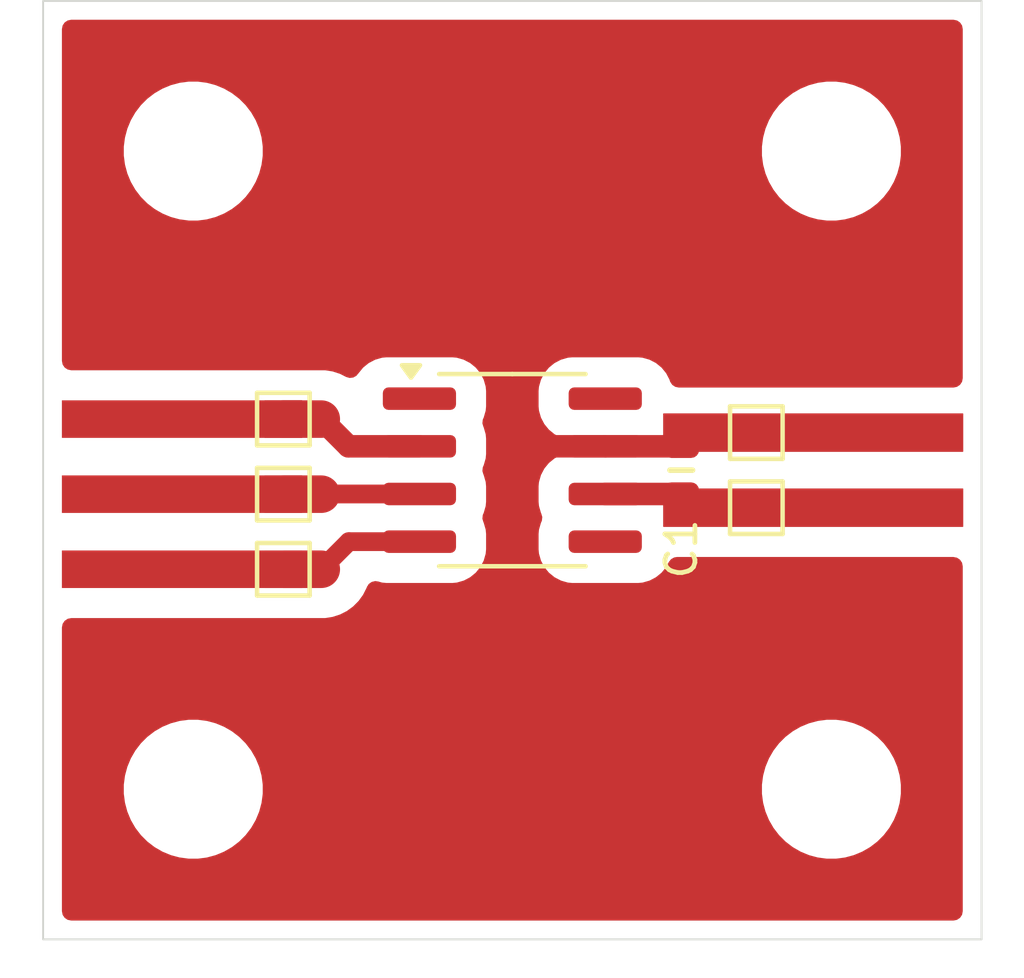
<source format=kicad_pcb>
(kicad_pcb (version 20241229) (generator "pcbnew") (generator_version "9.0")
  (layers (0 "F.Cu" signal) (2 "B.Cu" signal) (13 "F.Paste" user) (15 "B.Paste" user) (5 "F.SilkS" user "F.Silkscreen") (7 "B.SilkS" user "B.Silkscreen") (1 "F.Mask" user) (3 "B.Mask" user) (25 "Edge.Cuts" user))
  (net 0 "")
  (net 1 "VDD")
  (net 2 "GND")
  (net 3 "/DATA")
  (net 4 "/CSQ")
  (net 5 "/SCK")
  (net 6 "Net-(U1-IFA)")
  (net 7 "Net-(U1-IFB)")
  (net 8 "Net-(U1-IFC)")
  (footprint "Footprints:Nice_0603C" (layer "F.Cu") (at 117 112.5 90)
    (property "Reference" "C1" (at -2.1 0 90) (layer "F.SilkS") (effects (font (size 0.8 0.8) (thickness 0.125))))
    (property "Value" "100n")
    (fp_line (start 0 -0.3) (end 0 0.3) (stroke (width 0.15)) (layer "F.SilkS"))
    (pad "1" smd roundrect (at -0.75 0 180) (size 0.95 0.85) (layers "F.Cu" "F.Mask" "F.Paste") (net 1 "VDD"))
    (pad "2" smd roundrect (at 0.75 0 180) (size 0.95 0.85) (layers "F.Cu" "F.Mask" "F.Paste") (net 2 "GND"))
  )
  (footprint "TestPoint:TestPoint_Pad_1.0x1.0mm" (layer "F.Cu") (at 106.4 111.14)
    (property "Reference" "TP6" (hide yes))
    (property "Value" "TestPoint")
    (fp_line (start -0.7 -0.7) (end 0.7 -0.7) (stroke (width 0.12)) (layer "F.SilkS"))
    (fp_line (start -0.7 0.7) (end -0.7 -0.7) (stroke (width 0.12)) (layer "F.SilkS"))
    (fp_line (start 0.7 -0.7) (end 0.7 0.7) (stroke (width 0.12)) (layer "F.SilkS"))
    (fp_line (start 0.7 0.7) (end -0.7 0.7) (stroke (width 0.12)) (layer "F.SilkS"))
    (pad "1" smd rect (at 0 0) (size 1 1) (layers "F.Cu" "F.Mask") (net 5 "/SCK"))
  )
  (footprint "TestPoint:TestPoint_Pad_1.0x1.0mm" (layer "F.Cu") (at 106.4 113.14)
    (property "Reference" "TP4" (hide yes))
    (property "Value" "TestPoint")
    (fp_line (start -0.7 -0.7) (end 0.7 -0.7) (stroke (width 0.12)) (layer "F.SilkS"))
    (fp_line (start -0.7 0.7) (end -0.7 -0.7) (stroke (width 0.12)) (layer "F.SilkS"))
    (fp_line (start 0.7 -0.7) (end 0.7 0.7) (stroke (width 0.12)) (layer "F.SilkS"))
    (fp_line (start 0.7 0.7) (end -0.7 0.7) (stroke (width 0.12)) (layer "F.SilkS"))
    (pad "1" smd rect (at 0 0) (size 1 1) (layers "F.Cu" "F.Mask") (net 4 "/CSQ"))
  )
  (footprint "TestPoint:TestPoint_Pad_1.0x1.0mm" (layer "F.Cu") (at 119 111.5)
    (property "Reference" "TP8" (hide yes))
    (property "Value" "TestPoint")
    (fp_line (start -0.7 -0.7) (end 0.7 -0.7) (stroke (width 0.12)) (layer "F.SilkS"))
    (fp_line (start -0.7 0.7) (end -0.7 -0.7) (stroke (width 0.12)) (layer "F.SilkS"))
    (fp_line (start 0.7 -0.7) (end 0.7 0.7) (stroke (width 0.12)) (layer "F.SilkS"))
    (fp_line (start 0.7 0.7) (end -0.7 0.7) (stroke (width 0.12)) (layer "F.SilkS"))
    (pad "1" smd rect (at 0 0) (size 1 1) (layers "F.Cu" "F.Mask") (net 2 "GND"))
  )
  (footprint "MountingHole:MountingHole_3.2mm_M3" (layer "F.Cu") (at 104 104)
    (property "Reference" "H1" (hide yes))
    (property "Value" "MountingHole")
    (pad "" np_thru_hole circle (at 0 0) (size 3.2 3.2) (drill 3.2) (layers "*.Cu" "*.Mask"))
  )
  (footprint "Package_SO:SOIC-8_3.9x4.9mm_P1.27mm" (layer "F.Cu") (at 112.5 112.5)
    (property "Reference" "U1" (hide yes))
    (property "Value" "TLE5012B")
    (fp_line (start 0 -2.56) (end -1.95 -2.56) (stroke (width 0.12)) (layer "F.SilkS"))
    (fp_line (start 0 -2.56) (end 1.95 -2.56) (stroke (width 0.12)) (layer "F.SilkS"))
    (fp_line (start 0 2.56) (end -1.95 2.56) (stroke (width 0.12)) (layer "F.SilkS"))
    (fp_line (start 0 2.56) (end 1.95 2.56) (stroke (width 0.12)) (layer "F.SilkS"))
    (fp_poly (pts (xy -2.7 -2.465) (xy -2.94 -2.795) (xy -2.46 -2.795) (xy -2.7 -2.465)) (stroke (width 0.12)) (fill yes) (layer "F.SilkS"))
    (pad "1" smd roundrect (at -2.475 -1.905) (size 1.95 0.6) (layers "F.Cu" "F.Mask" "F.Paste") (net 8 "Net-(U1-IFC)"))
    (pad "2" smd roundrect (at -2.475 -0.635) (size 1.95 0.6) (layers "F.Cu" "F.Mask" "F.Paste") (net 5 "/SCK"))
    (pad "3" smd roundrect (at -2.475 0.635) (size 1.95 0.6) (layers "F.Cu" "F.Mask" "F.Paste") (net 4 "/CSQ"))
    (pad "4" smd roundrect (at -2.475 1.905) (size 1.95 0.6) (layers "F.Cu" "F.Mask" "F.Paste") (net 3 "/DATA"))
    (pad "5" smd roundrect (at 2.475 1.905) (size 1.95 0.6) (layers "F.Cu" "F.Mask" "F.Paste") (net 6 "Net-(U1-IFA)"))
    (pad "6" smd roundrect (at 2.475 0.635) (size 1.95 0.6) (layers "F.Cu" "F.Mask" "F.Paste") (net 1 "VDD"))
    (pad "7" smd roundrect (at 2.475 -0.635) (size 1.95 0.6) (layers "F.Cu" "F.Mask" "F.Paste") (net 2 "GND"))
    (pad "8" smd roundrect (at 2.475 -1.905) (size 1.95 0.6) (layers "F.Cu" "F.Mask" "F.Paste") (net 7 "Net-(U1-IFB)"))
  )
  (footprint "MountingHole:MountingHole_3.2mm_M3" (layer "F.Cu") (at 121 104)
    (property "Reference" "H3" (hide yes))
    (property "Value" "MountingHole")
    (pad "" np_thru_hole circle (at 0 0) (size 3.2 3.2) (drill 3.2) (layers "*.Cu" "*.Mask"))
  )
  (footprint "MountingHole:MountingHole_3.2mm_M3" (layer "F.Cu") (at 121 121)
    (property "Reference" "H4" (hide yes))
    (property "Value" "MountingHole")
    (pad "" np_thru_hole circle (at 0 0) (size 3.2 3.2) (drill 3.2) (layers "*.Cu" "*.Mask"))
  )
  (footprint "TestPoint:TestPoint_Pad_1.0x1.0mm" (layer "F.Cu") (at 106.4 115.14)
    (property "Reference" "TP5" (hide yes))
    (property "Value" "TestPoint")
    (fp_line (start -0.7 -0.7) (end 0.7 -0.7) (stroke (width 0.12)) (layer "F.SilkS"))
    (fp_line (start -0.7 0.7) (end -0.7 -0.7) (stroke (width 0.12)) (layer "F.SilkS"))
    (fp_line (start 0.7 -0.7) (end 0.7 0.7) (stroke (width 0.12)) (layer "F.SilkS"))
    (fp_line (start 0.7 0.7) (end -0.7 0.7) (stroke (width 0.12)) (layer "F.SilkS"))
    (pad "1" smd rect (at 0 0) (size 1 1) (layers "F.Cu" "F.Mask") (net 3 "/DATA"))
  )
  (footprint "TestPoint:TestPoint_Pad_1.0x1.0mm" (layer "F.Cu") (at 119 113.5)
    (property "Reference" "TP7" (hide yes))
    (property "Value" "TestPoint")
    (fp_line (start -0.7 -0.7) (end 0.7 -0.7) (stroke (width 0.12)) (layer "F.SilkS"))
    (fp_line (start -0.7 0.7) (end -0.7 -0.7) (stroke (width 0.12)) (layer "F.SilkS"))
    (fp_line (start 0.7 -0.7) (end 0.7 0.7) (stroke (width 0.12)) (layer "F.SilkS"))
    (fp_line (start 0.7 0.7) (end -0.7 0.7) (stroke (width 0.12)) (layer "F.SilkS"))
    (pad "1" smd rect (at 0 0) (size 1 1) (layers "F.Cu" "F.Mask") (net 1 "VDD"))
  )
  (footprint "MountingHole:MountingHole_3.2mm_M3" (layer "F.Cu") (at 104 121)
    (property "Reference" "H2" (hide yes))
    (property "Value" "MountingHole")
    (pad "" np_thru_hole circle (at 0 0) (size 3.2 3.2) (drill 3.2) (layers "*.Cu" "*.Mask"))
  )
  (gr_rect (start 100.5 110.64) (end 106.9 111.64) (fill yes) (layer "F.Cu") (net 5))
  (gr_rect (start 112 111.57) (end 115.01 112.16) (stroke (width 0.01)) (fill yes) (layer "F.Cu") (net 2))
  (gr_rect (start 100.5 112.64) (end 106.9 113.64) (stroke (width 0.000001)) (fill yes) (layer "F.Cu") (net 4))
  (gr_rect (start 116.53 111) (end 124.5 112) (stroke (width 0.025)) (fill yes) (layer "F.Cu") (net 2))
  (gr_rect (start 100.5 114.64) (end 106.9 115.64) (fill yes) (layer "F.Cu") (net 3))
  (gr_rect (start 116.53 113) (end 124.5 114) (stroke (width 0.025)) (fill yes) (layer "F.Cu") (net 1))
  (gr_rect (start 100 100) (end 125 125) (stroke (width 0.05)) (fill no) (layer "Edge.Cuts"))
  (segment (start 116.885 113.135) (end 117 113.25) (width 0.5) (layer "F.Cu") (net 1))
  (segment (start 122.25 113.25) (end 122.5 113.5) (width 0.5) (layer "F.Cu") (net 1))
  (segment (start 114.975 113.135) (end 116.885 113.135) (width 0.6) (layer "F.Cu") (net 1))
  (segment (start 116.885 111.865) (end 117 111.75) (width 0.5) (layer "F.Cu") (net 2))
  (segment (start 114.975 111.865) (end 116.885 111.865) (width 0.6) (layer "F.Cu") (net 2))
  (segment (start 122.25 111.75) (end 122.5 111.5) (width 0.5) (layer "F.Cu") (net 2))
  (segment (start 108.145 114.405) (end 107.41 115.14) (width 0.5) (layer "F.Cu") (net 3))
  (segment (start 106.4 115.14) (end 107.41 115.14) (width 1) (layer "F.Cu") (net 3))
  (segment (start 110.025 114.405) (end 108.145 114.405) (width 0.5) (layer "F.Cu") (net 3))
  (segment (start 107.415 113.135) (end 107.41 113.14) (width 0.5) (layer "F.Cu") (net 4))
  (segment (start 106.4 113.14) (end 107.41 113.14) (width 1) (layer "F.Cu") (net 4))
  (segment (start 110.025 113.135) (end 107.415 113.135) (width 0.5) (layer "F.Cu") (net 4))
  (segment (start 107.41 111.14) (end 106.4 111.14) (width 1) (layer "F.Cu") (net 5))
  (segment (start 108.135 111.865) (end 107.41 111.14) (width 0.6) (layer "F.Cu") (net 5))
  (segment (start 110.025 111.865) (end 108.135 111.865) (width 0.6) (layer "F.Cu") (net 5))
  (zone (net 2) (net_name "GND") (layer "F.Cu") (connect_pads yes (clearance 0.8)) (min_thickness 0.5) (fill yes (thermal_gap 0.5) (thermal_bridge_width 0.5) (island_removal_mode 1) (island_area_min 10))
    (polygon (pts (xy 100 125) (xy 125 125) (xy 125 100) (xy 100 100)))
  )
  (zone (net 0) (net_name "") (layer "F.Cu") (connect_pads yes (clearance 0)) (min_thickness 0.5)
    (keepout (tracks not_allowed) (vias not_allowed) (pads not_allowed) (copperpour not_allowed) (footprints allowed))
    (fill (thermal_gap 0.5) (thermal_bridge_width 0.5) (island_removal_mode 1) (island_area_min 10))
    (polygon (pts (xy 125 110.3) (xy 114.98 110.3) (xy 114.98 114.7) (xy 125 114.7)))
  )
)
</source>
